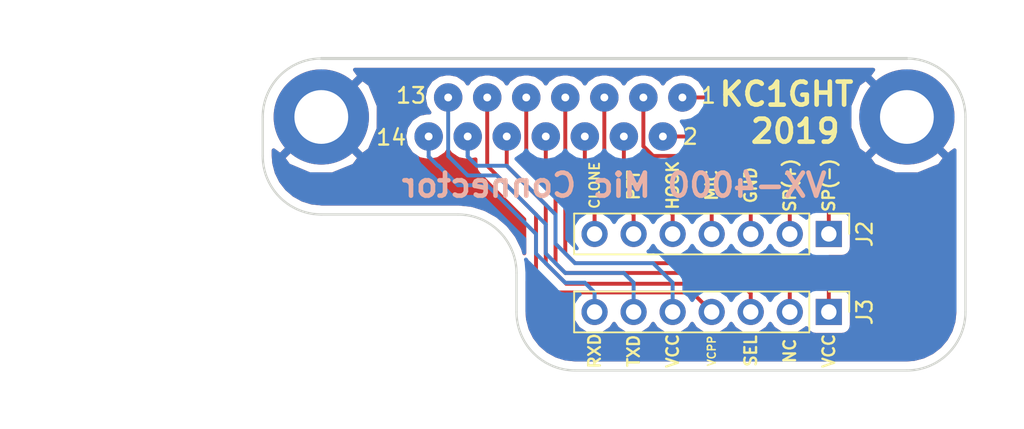
<source format=kicad_pcb>
(kicad_pcb (version 20171130) (host pcbnew "(5.0.0)")

  (general
    (thickness 1.6)
    (drawings 32)
    (tracks 84)
    (zones 0)
    (modules 5)
    (nets 16)
  )

  (page A4)
  (layers
    (0 F.Cu signal)
    (31 B.Cu signal)
    (32 B.Adhes user)
    (33 F.Adhes user)
    (34 B.Paste user)
    (35 F.Paste user)
    (36 B.SilkS user)
    (37 F.SilkS user)
    (38 B.Mask user)
    (39 F.Mask user)
    (40 Dwgs.User user)
    (41 Cmts.User user)
    (42 Eco1.User user)
    (43 Eco2.User user)
    (44 Edge.Cuts user)
    (45 Margin user)
    (46 B.CrtYd user)
    (47 F.CrtYd user)
    (48 B.Fab user)
    (49 F.Fab user)
  )

  (setup
    (last_trace_width 0.25)
    (user_trace_width 0.254)
    (trace_clearance 0.2)
    (zone_clearance 0.508)
    (zone_45_only no)
    (trace_min 0.2)
    (segment_width 0.2)
    (edge_width 0.15)
    (via_size 0.8)
    (via_drill 0.4)
    (via_min_size 0.4)
    (via_min_drill 0.3)
    (uvia_size 0.3)
    (uvia_drill 0.1)
    (uvias_allowed no)
    (uvia_min_size 0.2)
    (uvia_min_drill 0.1)
    (pcb_text_width 0.3)
    (pcb_text_size 1.5 1.5)
    (mod_edge_width 0.15)
    (mod_text_size 1 1)
    (mod_text_width 0.15)
    (pad_size 6.2 6.2)
    (pad_drill 3.5)
    (pad_to_mask_clearance 0.2)
    (aux_axis_origin 0 0)
    (visible_elements 7FFFFFFF)
    (pcbplotparams
      (layerselection 0x010fc_ffffffff)
      (usegerberextensions false)
      (usegerberattributes false)
      (usegerberadvancedattributes false)
      (creategerberjobfile false)
      (excludeedgelayer true)
      (linewidth 0.100000)
      (plotframeref false)
      (viasonmask false)
      (mode 1)
      (useauxorigin false)
      (hpglpennumber 1)
      (hpglpenspeed 20)
      (hpglpendiameter 15.000000)
      (psnegative false)
      (psa4output false)
      (plotreference true)
      (plotvalue true)
      (plotinvisibletext false)
      (padsonsilk false)
      (subtractmaskfromsilk false)
      (outputformat 1)
      (mirror false)
      (drillshape 1)
      (scaleselection 1)
      (outputdirectory ""))
  )

  (net 0 "")
  (net 1 "SP(-)")
  (net 2 "SP(+)")
  (net 3 GND)
  (net 4 MIC)
  (net 5 HOOK)
  (net 6 PTT)
  (net 7 CLONE)
  (net 8 VCC)
  (net 9 NC)
  (net 10 SEL)
  (net 11 VCPP)
  (net 12 RESET)
  (net 13 TXD)
  (net 14 RXD)
  (net 15 Earth)

  (net_class Default "This is the default net class."
    (clearance 0.2)
    (trace_width 0.25)
    (via_dia 0.8)
    (via_drill 0.4)
    (uvia_dia 0.3)
    (uvia_drill 0.1)
  )

  (net_class vx4000 ""
    (clearance 0.2)
    (trace_width 0.254)
    (via_dia 0.8)
    (via_drill 0.4)
    (uvia_dia 0.3)
    (uvia_drill 0.1)
    (add_net CLONE)
    (add_net Earth)
    (add_net GND)
    (add_net HOOK)
    (add_net MIC)
    (add_net NC)
    (add_net PTT)
    (add_net RESET)
    (add_net RXD)
    (add_net SEL)
    (add_net "SP(+)")
    (add_net "SP(-)")
    (add_net TXD)
    (add_net VCC)
    (add_net VCPP)
  )

  (module Connections:ZIP-14 (layer F.Cu) (tedit 5D463127) (tstamp 5D462146)
    (at 101.6 60.96 180)
    (path /5D291087)
    (fp_text reference J1 (at 0 -3.695 180) (layer F.SilkS) hide
      (effects (font (size 1 1) (thickness 0.15)))
    )
    (fp_text value Conn_01x14_Male (at 0 3.695 180) (layer F.Fab)
      (effects (font (size 1 1) (thickness 0.15)))
    )
    (fp_line (start -9.75 2.75) (end -9.75 -2.75) (layer F.CrtYd) (width 0.05))
    (fp_line (start 9.75 2.75) (end -9.75 2.75) (layer F.CrtYd) (width 0.05))
    (fp_line (start 9.75 -2.75) (end 9.75 2.75) (layer F.CrtYd) (width 0.05))
    (fp_line (start -9.75 -2.75) (end 9.75 -2.75) (layer F.CrtYd) (width 0.05))
    (pad 14 thru_hole oval (at 8.255 -1.27 180) (size 1.85 1.85) (drill 0.51) (layers *.Cu *.Mask)
      (net 14 RXD))
    (pad 13 thru_hole oval (at 6.985 1.27 180) (size 1.85 1.85) (drill 0.51) (layers *.Cu *.Mask)
      (net 13 TXD))
    (pad 12 thru_hole oval (at 5.715 -1.27 180) (size 1.85 1.85) (drill 0.51) (layers *.Cu *.Mask)
      (net 12 RESET))
    (pad 11 thru_hole oval (at 4.445 1.27 180) (size 1.85 1.85) (drill 0.51) (layers *.Cu *.Mask)
      (net 11 VCPP))
    (pad 10 thru_hole oval (at 3.175 -1.27 180) (size 1.85 1.85) (drill 0.51) (layers *.Cu *.Mask)
      (net 10 SEL))
    (pad 9 thru_hole oval (at 1.905 1.27 180) (size 1.85 1.85) (drill 0.51) (layers *.Cu *.Mask)
      (net 9 NC))
    (pad 8 thru_hole oval (at 0.635 -1.27 180) (size 1.85 1.85) (drill 0.51) (layers *.Cu *.Mask)
      (net 8 VCC))
    (pad 7 thru_hole oval (at -0.635 1.27 180) (size 1.85 1.85) (drill 0.51) (layers *.Cu *.Mask)
      (net 7 CLONE))
    (pad 6 thru_hole oval (at -1.905 -1.27 180) (size 1.85 1.85) (drill 0.51) (layers *.Cu *.Mask)
      (net 6 PTT))
    (pad 5 thru_hole oval (at -3.175 1.27 180) (size 1.85 1.85) (drill 0.51) (layers *.Cu *.Mask)
      (net 5 HOOK))
    (pad 4 thru_hole oval (at -4.445 -1.27 180) (size 1.85 1.85) (drill 0.51) (layers *.Cu *.Mask)
      (net 4 MIC))
    (pad 3 thru_hole oval (at -5.715 1.27 180) (size 1.85 1.85) (drill 0.51) (layers *.Cu *.Mask)
      (net 3 GND))
    (pad 2 thru_hole oval (at -6.985 -1.27 180) (size 1.85 1.85) (drill 0.51) (layers *.Cu *.Mask)
      (net 2 "SP(+)"))
    (pad 1 thru_hole oval (at -8.255 1.27 180) (size 1.85 1.85) (drill 0.51) (layers *.Cu *.Mask)
      (net 1 "SP(-)"))
  )

  (module Pin_Headers:Pin_Header_Straight_1x07_Pitch2.54mm (layer F.Cu) (tedit 59650532) (tstamp 5D4616A2)
    (at 119.38 73.66 270)
    (descr "Through hole straight pin header, 1x07, 2.54mm pitch, single row")
    (tags "Through hole pin header THT 1x07 2.54mm single row")
    (path /5D461A70)
    (fp_text reference J3 (at 0 -2.33 270) (layer F.SilkS)
      (effects (font (size 1 1) (thickness 0.15)))
    )
    (fp_text value Conn_01x07_Male (at 0 17.57 270) (layer F.Fab)
      (effects (font (size 1 1) (thickness 0.15)))
    )
    (fp_line (start -0.635 -1.27) (end 1.27 -1.27) (layer F.Fab) (width 0.1))
    (fp_line (start 1.27 -1.27) (end 1.27 16.51) (layer F.Fab) (width 0.1))
    (fp_line (start 1.27 16.51) (end -1.27 16.51) (layer F.Fab) (width 0.1))
    (fp_line (start -1.27 16.51) (end -1.27 -0.635) (layer F.Fab) (width 0.1))
    (fp_line (start -1.27 -0.635) (end -0.635 -1.27) (layer F.Fab) (width 0.1))
    (fp_line (start -1.33 16.57) (end 1.33 16.57) (layer F.SilkS) (width 0.12))
    (fp_line (start -1.33 1.27) (end -1.33 16.57) (layer F.SilkS) (width 0.12))
    (fp_line (start 1.33 1.27) (end 1.33 16.57) (layer F.SilkS) (width 0.12))
    (fp_line (start -1.33 1.27) (end 1.33 1.27) (layer F.SilkS) (width 0.12))
    (fp_line (start -1.33 0) (end -1.33 -1.33) (layer F.SilkS) (width 0.12))
    (fp_line (start -1.33 -1.33) (end 0 -1.33) (layer F.SilkS) (width 0.12))
    (fp_line (start -1.8 -1.8) (end -1.8 17.05) (layer F.CrtYd) (width 0.05))
    (fp_line (start -1.8 17.05) (end 1.8 17.05) (layer F.CrtYd) (width 0.05))
    (fp_line (start 1.8 17.05) (end 1.8 -1.8) (layer F.CrtYd) (width 0.05))
    (fp_line (start 1.8 -1.8) (end -1.8 -1.8) (layer F.CrtYd) (width 0.05))
    (fp_text user %R (at 0 7.62) (layer F.Fab)
      (effects (font (size 1 1) (thickness 0.15)))
    )
    (pad 1 thru_hole rect (at 0 0 270) (size 1.7 1.7) (drill 1) (layers *.Cu *.Mask)
      (net 8 VCC))
    (pad 2 thru_hole oval (at 0 2.54 270) (size 1.7 1.7) (drill 1) (layers *.Cu *.Mask)
      (net 9 NC))
    (pad 3 thru_hole oval (at 0 5.08 270) (size 1.7 1.7) (drill 1) (layers *.Cu *.Mask)
      (net 10 SEL))
    (pad 4 thru_hole oval (at 0 7.62 270) (size 1.7 1.7) (drill 1) (layers *.Cu *.Mask)
      (net 11 VCPP))
    (pad 5 thru_hole oval (at 0 10.16 270) (size 1.7 1.7) (drill 1) (layers *.Cu *.Mask)
      (net 12 RESET))
    (pad 6 thru_hole oval (at 0 12.7 270) (size 1.7 1.7) (drill 1) (layers *.Cu *.Mask)
      (net 13 TXD))
    (pad 7 thru_hole oval (at 0 15.24 270) (size 1.7 1.7) (drill 1) (layers *.Cu *.Mask)
      (net 14 RXD))
    (model ${KISYS3DMOD}/Pin_Headers.3dshapes/Pin_Header_Straight_1x07_Pitch2.54mm.wrl
      (at (xyz 0 0 0))
      (scale (xyz 1 1 1))
      (rotate (xyz 0 0 0))
    )
  )

  (module Pin_Headers:Pin_Header_Straight_1x07_Pitch2.54mm (layer F.Cu) (tedit 59650532) (tstamp 5D462433)
    (at 119.38 68.58 270)
    (descr "Through hole straight pin header, 1x07, 2.54mm pitch, single row")
    (tags "Through hole pin header THT 1x07 2.54mm single row")
    (path /5D4619EE)
    (fp_text reference J2 (at 0 -2.33 270) (layer F.SilkS)
      (effects (font (size 1 1) (thickness 0.15)))
    )
    (fp_text value Conn_01x07_Male (at 0 17.57 270) (layer F.Fab)
      (effects (font (size 1 1) (thickness 0.15)))
    )
    (fp_text user %R (at 0 7.62) (layer F.Fab)
      (effects (font (size 1 1) (thickness 0.15)))
    )
    (fp_line (start 1.8 -1.8) (end -1.8 -1.8) (layer F.CrtYd) (width 0.05))
    (fp_line (start 1.8 17.05) (end 1.8 -1.8) (layer F.CrtYd) (width 0.05))
    (fp_line (start -1.8 17.05) (end 1.8 17.05) (layer F.CrtYd) (width 0.05))
    (fp_line (start -1.8 -1.8) (end -1.8 17.05) (layer F.CrtYd) (width 0.05))
    (fp_line (start -1.33 -1.33) (end 0 -1.33) (layer F.SilkS) (width 0.12))
    (fp_line (start -1.33 0) (end -1.33 -1.33) (layer F.SilkS) (width 0.12))
    (fp_line (start -1.33 1.27) (end 1.33 1.27) (layer F.SilkS) (width 0.12))
    (fp_line (start 1.33 1.27) (end 1.33 16.57) (layer F.SilkS) (width 0.12))
    (fp_line (start -1.33 1.27) (end -1.33 16.57) (layer F.SilkS) (width 0.12))
    (fp_line (start -1.33 16.57) (end 1.33 16.57) (layer F.SilkS) (width 0.12))
    (fp_line (start -1.27 -0.635) (end -0.635 -1.27) (layer F.Fab) (width 0.1))
    (fp_line (start -1.27 16.51) (end -1.27 -0.635) (layer F.Fab) (width 0.1))
    (fp_line (start 1.27 16.51) (end -1.27 16.51) (layer F.Fab) (width 0.1))
    (fp_line (start 1.27 -1.27) (end 1.27 16.51) (layer F.Fab) (width 0.1))
    (fp_line (start -0.635 -1.27) (end 1.27 -1.27) (layer F.Fab) (width 0.1))
    (pad 7 thru_hole oval (at 0 15.24 270) (size 1.7 1.7) (drill 1) (layers *.Cu *.Mask)
      (net 7 CLONE))
    (pad 6 thru_hole oval (at 0 12.7 270) (size 1.7 1.7) (drill 1) (layers *.Cu *.Mask)
      (net 6 PTT))
    (pad 5 thru_hole oval (at 0 10.16 270) (size 1.7 1.7) (drill 1) (layers *.Cu *.Mask)
      (net 5 HOOK))
    (pad 4 thru_hole oval (at 0 7.62 270) (size 1.7 1.7) (drill 1) (layers *.Cu *.Mask)
      (net 4 MIC))
    (pad 3 thru_hole oval (at 0 5.08 270) (size 1.7 1.7) (drill 1) (layers *.Cu *.Mask)
      (net 3 GND))
    (pad 2 thru_hole oval (at 0 2.54 270) (size 1.7 1.7) (drill 1) (layers *.Cu *.Mask)
      (net 2 "SP(+)"))
    (pad 1 thru_hole rect (at 0 0 270) (size 1.7 1.7) (drill 1) (layers *.Cu *.Mask)
      (net 1 "SP(-)"))
    (model ${KISYS3DMOD}/Pin_Headers.3dshapes/Pin_Header_Straight_1x07_Pitch2.54mm.wrl
      (at (xyz 0 0 0))
      (scale (xyz 1 1 1))
      (rotate (xyz 0 0 0))
    )
  )

  (module Mounting_Holes:MountingHole_5.3mm_M5_Pad (layer F.Cu) (tedit 5D462119) (tstamp 5D4616AA)
    (at 124.46 60.96)
    (descr "Mounting Hole 5.3mm, M5")
    (tags "mounting hole 5.3mm m5")
    (path /5D255EF4)
    (attr virtual)
    (fp_text reference MH1 (at 0 -6.3) (layer F.SilkS) hide
      (effects (font (size 1 1) (thickness 0.15)))
    )
    (fp_text value MountingHole_Pad (at 0 6.3) (layer F.Fab)
      (effects (font (size 1 1) (thickness 0.15)))
    )
    (fp_circle (center 0 0) (end 5.55 0) (layer F.CrtYd) (width 0.05))
    (fp_circle (center 0 0) (end 5.3 0) (layer Cmts.User) (width 0.15))
    (fp_text user %R (at 0.3 0) (layer F.Fab)
      (effects (font (size 1 1) (thickness 0.15)))
    )
    (pad 1 thru_hole circle (at 0 0) (size 6.2 6.2) (drill 3.5) (layers *.Cu *.Mask)
      (net 15 Earth))
  )

  (module Mounting_Holes:MountingHole_5.3mm_M5_Pad (layer F.Cu) (tedit 5D462121) (tstamp 5D4616B2)
    (at 86.36 60.96)
    (descr "Mounting Hole 5.3mm, M5")
    (tags "mounting hole 5.3mm m5")
    (path /5D255FA6)
    (attr virtual)
    (fp_text reference MH2 (at -11.3665 -5.5245) (layer F.SilkS) hide
      (effects (font (size 1 1) (thickness 0.15)))
    )
    (fp_text value MountingHole_Pad (at -13.97 0) (layer F.Fab)
      (effects (font (size 1 1) (thickness 0.15)))
    )
    (fp_text user %R (at 0.3 0) (layer F.Fab)
      (effects (font (size 1 1) (thickness 0.15)))
    )
    (fp_circle (center 0 0) (end 5.3 0) (layer Cmts.User) (width 0.15))
    (fp_circle (center 0 0) (end 5.55 0) (layer F.CrtYd) (width 0.05))
    (pad 1 thru_hole circle (at 0 0) (size 6.2 6.2) (drill 3.5) (layers *.Cu *.Mask)
      (net 15 Earth))
  )

  (gr_text 14 (at 90.9066 62.2935) (layer F.SilkS) (tstamp 5D4630B2)
    (effects (font (size 1.016 1.016) (thickness 0.1524)))
  )
  (gr_text 13 (at 92.202 59.563) (layer F.SilkS) (tstamp 5D46308A)
    (effects (font (size 1.016 1.016) (thickness 0.1524)))
  )
  (gr_text 2 (at 110.3757 62.2427) (layer F.SilkS) (tstamp 5D46307A)
    (effects (font (size 1.016 1.016) (thickness 0.1524)))
  )
  (gr_text 1 (at 111.5441 59.563) (layer F.SilkS)
    (effects (font (size 1.016 1.016) (thickness 0.1524)))
  )
  (gr_text "VX-4000 Mic Connector" (at 105.41 65.405) (layer B.SilkS)
    (effects (font (size 1.5 1.5) (thickness 0.3)) (justify mirror))
  )
  (gr_text RXD (at 104.14 76.2 90) (layer F.SilkS) (tstamp 5D4629B1)
    (effects (font (size 0.762 0.762) (thickness 0.1524)))
  )
  (gr_text TXD (at 106.68 76.2 90) (layer F.SilkS) (tstamp 5D4629B1)
    (effects (font (size 0.762 0.762) (thickness 0.1524)))
  )
  (gr_text VCC (at 109.22 76.2 90) (layer F.SilkS) (tstamp 5D4629B1)
    (effects (font (size 0.762 0.762) (thickness 0.1524)))
  )
  (gr_text VCPP (at 111.76 76.2 90) (layer F.SilkS) (tstamp 5D4629B1)
    (effects (font (size 0.508 0.508) (thickness 0.1016)))
  )
  (gr_text SEL (at 114.3 76.2 90) (layer F.SilkS) (tstamp 5D4629B1)
    (effects (font (size 0.762 0.762) (thickness 0.1524)))
  )
  (gr_text NC (at 116.84 76.2 90) (layer F.SilkS) (tstamp 5D4629B1)
    (effects (font (size 0.762 0.762) (thickness 0.1524)))
  )
  (gr_text CLONE (at 104.14 65.405 90) (layer F.SilkS) (tstamp 5D4629A1)
    (effects (font (size 0.635 0.635) (thickness 0.127)))
  )
  (gr_text PTT (at 106.68 65.405 90) (layer F.SilkS) (tstamp 5D4629A1)
    (effects (font (size 0.762 0.762) (thickness 0.1524)))
  )
  (gr_text HOOK (at 109.22 65.405 90) (layer F.SilkS) (tstamp 5D462955)
    (effects (font (size 0.762 0.762) (thickness 0.1524)))
  )
  (gr_text VCC (at 119.38 76.2 90) (layer F.SilkS) (tstamp 5D462955)
    (effects (font (size 0.762 0.762) (thickness 0.1524)))
  )
  (gr_text MIC (at 111.76 65.405 90) (layer F.SilkS) (tstamp 5D46293C)
    (effects (font (size 0.762 0.762) (thickness 0.1524)))
  )
  (gr_text GND (at 114.3 65.405 90) (layer F.SilkS) (tstamp 5D46293C)
    (effects (font (size 0.762 0.762) (thickness 0.1524)))
  )
  (gr_text "SP(+)" (at 116.84 65.405 90) (layer F.SilkS) (tstamp 5D46293C)
    (effects (font (size 0.762 0.762) (thickness 0.1524)))
  )
  (gr_text "SP(-)" (at 119.38 65.405 90) (layer F.SilkS)
    (effects (font (size 0.762 0.762) (thickness 0.1524)))
  )
  (gr_text "KC1GHT \n2019" (at 117.1956 60.6806) (layer F.SilkS) (tstamp 5D46289C)
    (effects (font (size 1.5 1.5) (thickness 0.3)))
  )
  (gr_line (start 102.87 77.47) (end 124.46 77.47) (layer Edge.Cuts) (width 0.15))
  (gr_line (start 99.06 71.12) (end 99.06 73.66) (layer Edge.Cuts) (width 0.15))
  (gr_arc (start 102.87 73.66) (end 99.06 73.66) (angle -90) (layer Edge.Cuts) (width 0.15))
  (gr_arc (start 95.25 71.12) (end 99.06 71.12) (angle -90) (layer Edge.Cuts) (width 0.15))
  (gr_arc (start 86.36 63.5) (end 82.55 63.5) (angle -90) (layer Edge.Cuts) (width 0.15))
  (gr_arc (start 124.46 73.66) (end 124.46 77.47) (angle -90) (layer Edge.Cuts) (width 0.15))
  (gr_line (start 86.36 67.31) (end 95.25 67.31) (layer Edge.Cuts) (width 0.15))
  (gr_arc (start 124.46 60.96) (end 128.27 60.96) (angle -90) (layer Edge.Cuts) (width 0.15))
  (gr_arc (start 86.36 60.96) (end 86.36 57.15) (angle -90) (layer Edge.Cuts) (width 0.15))
  (gr_line (start 128.27 60.96) (end 128.27 73.66) (layer Edge.Cuts) (width 0.15) (tstamp 5D4623E2))
  (gr_line (start 82.55 60.96) (end 82.55 63.5) (layer Edge.Cuts) (width 0.15))
  (gr_line (start 86.36 57.15) (end 124.46 57.15) (layer Edge.Cuts) (width 0.2))

  (segment (start 119.38 62.23) (end 119.38 68.58) (width 0.254) (layer F.Cu) (net 1))
  (segment (start 109.855 59.69) (end 116.84 59.69) (width 0.254) (layer F.Cu) (net 1))
  (segment (start 116.84 59.69) (end 119.38 62.23) (width 0.254) (layer F.Cu) (net 1))
  (segment (start 108.585 62.23) (end 115.57 62.23) (width 0.254) (layer F.Cu) (net 2))
  (segment (start 115.57 62.23) (end 116.84 63.5) (width 0.254) (layer F.Cu) (net 2))
  (segment (start 116.84 63.5) (end 116.84 68.58) (width 0.254) (layer F.Cu) (net 2))
  (segment (start 107.315 59.69) (end 107.315 62.865) (width 0.254) (layer F.Cu) (net 3))
  (segment (start 107.315 62.865) (end 107.95 63.5) (width 0.254) (layer F.Cu) (net 3))
  (segment (start 107.95 63.5) (end 113.03 63.5) (width 0.254) (layer F.Cu) (net 3))
  (segment (start 114.3 64.77) (end 114.3 68.58) (width 0.254) (layer F.Cu) (net 3))
  (segment (start 113.03 63.5) (end 114.3 64.77) (width 0.254) (layer F.Cu) (net 3))
  (segment (start 106.045 62.23) (end 106.045 64.135) (width 0.254) (layer F.Cu) (net 4))
  (segment (start 106.045 64.135) (end 106.68 64.77) (width 0.254) (layer F.Cu) (net 4))
  (segment (start 106.68 64.77) (end 110.49 64.77) (width 0.254) (layer F.Cu) (net 4))
  (segment (start 111.76 66.04) (end 111.76 68.58) (width 0.254) (layer F.Cu) (net 4))
  (segment (start 110.49 64.77) (end 111.76 66.04) (width 0.254) (layer F.Cu) (net 4))
  (segment (start 109.22 67.31) (end 109.22 68.58) (width 0.254) (layer F.Cu) (net 5))
  (segment (start 107.95 66.04) (end 109.22 67.31) (width 0.254) (layer F.Cu) (net 5))
  (segment (start 106.68 66.04) (end 107.95 66.04) (width 0.254) (layer F.Cu) (net 5))
  (segment (start 104.775 59.69) (end 104.775 64.135) (width 0.254) (layer F.Cu) (net 5))
  (segment (start 104.775 64.135) (end 106.68 66.04) (width 0.254) (layer F.Cu) (net 5))
  (segment (start 103.505 62.23) (end 103.505 64.135) (width 0.254) (layer F.Cu) (net 6))
  (segment (start 103.505 64.135) (end 106.68 67.31) (width 0.254) (layer F.Cu) (net 6))
  (segment (start 106.68 67.31) (end 106.68 68.58) (width 0.254) (layer F.Cu) (net 6))
  (segment (start 102.235 59.69) (end 102.235 64.135) (width 0.254) (layer F.Cu) (net 7))
  (segment (start 104.14 66.04) (end 104.14 68.58) (width 0.254) (layer F.Cu) (net 7))
  (segment (start 102.235 64.135) (end 104.14 66.04) (width 0.254) (layer F.Cu) (net 7))
  (segment (start 119.38 73.66) (end 119.38 71.12) (width 0.254) (layer F.Cu) (net 8))
  (segment (start 119.38 71.12) (end 118.745 70.485) (width 0.254) (layer F.Cu) (net 8))
  (segment (start 118.745 70.485) (end 102.87 70.485) (width 0.254) (layer F.Cu) (net 8))
  (segment (start 102.87 70.485) (end 102.235 69.85) (width 0.254) (layer F.Cu) (net 8))
  (segment (start 102.235 69.85) (end 102.235 65.405) (width 0.254) (layer F.Cu) (net 8))
  (segment (start 102.235 65.405) (end 100.965 64.135) (width 0.254) (layer F.Cu) (net 8))
  (segment (start 100.965 64.135) (end 100.965 62.23) (width 0.254) (layer F.Cu) (net 8))
  (segment (start 99.695 59.69) (end 99.695 64.135) (width 0.254) (layer F.Cu) (net 9))
  (segment (start 99.695 64.135) (end 101.6 66.04) (width 0.254) (layer F.Cu) (net 9))
  (segment (start 101.6 66.04) (end 101.6 70.485) (width 0.254) (layer F.Cu) (net 9))
  (segment (start 101.6 70.485) (end 102.235 71.12) (width 0.254) (layer F.Cu) (net 9))
  (segment (start 102.235 71.12) (end 116.205 71.12) (width 0.254) (layer F.Cu) (net 9))
  (segment (start 116.205 71.12) (end 116.84 71.755) (width 0.254) (layer F.Cu) (net 9))
  (segment (start 116.84 71.755) (end 116.84 73.66) (width 0.254) (layer F.Cu) (net 9))
  (segment (start 98.425 64.135) (end 98.425 62.23) (width 0.254) (layer F.Cu) (net 10))
  (segment (start 114.3 72.457919) (end 113.665 71.822919) (width 0.254) (layer F.Cu) (net 10))
  (segment (start 114.3 73.66) (end 114.3 72.457919) (width 0.254) (layer F.Cu) (net 10))
  (segment (start 113.665 71.822919) (end 102.295853 71.822919) (width 0.254) (layer F.Cu) (net 10))
  (segment (start 102.295853 71.822919) (end 100.965 70.492066) (width 0.254) (layer F.Cu) (net 10))
  (segment (start 100.965 70.492066) (end 100.965 66.675) (width 0.254) (layer F.Cu) (net 10))
  (segment (start 100.965 66.675) (end 98.425 64.135) (width 0.254) (layer F.Cu) (net 10))
  (segment (start 97.155 59.69) (end 97.155 64.135) (width 0.254) (layer F.Cu) (net 11))
  (segment (start 97.155 64.135) (end 100.33 67.31) (width 0.254) (layer F.Cu) (net 11))
  (segment (start 100.33 67.31) (end 100.33 71.12) (width 0.254) (layer F.Cu) (net 11))
  (segment (start 100.33 71.12) (end 101.6 72.39) (width 0.254) (layer F.Cu) (net 11))
  (segment (start 101.6 72.39) (end 110.49 72.39) (width 0.254) (layer F.Cu) (net 11))
  (segment (start 110.49 72.39) (end 111.76 73.66) (width 0.254) (layer F.Cu) (net 11))
  (segment (start 95.885 62.23) (end 95.885 63.5) (width 0.254) (layer B.Cu) (net 12))
  (segment (start 96.481853 64.135) (end 95.885 63.538147) (width 0.254) (layer B.Cu) (net 12))
  (segment (start 95.885 63.538147) (end 95.885 62.23) (width 0.254) (layer B.Cu) (net 12))
  (segment (start 98.425 64.135) (end 96.481853 64.135) (width 0.254) (layer B.Cu) (net 12))
  (segment (start 109.22 73.66) (end 109.22 71.755) (width 0.254) (layer B.Cu) (net 12))
  (segment (start 109.22 71.755) (end 107.95 70.485) (width 0.254) (layer B.Cu) (net 12))
  (segment (start 107.95 70.485) (end 102.87 70.485) (width 0.254) (layer B.Cu) (net 12))
  (segment (start 102.87 70.485) (end 101.6 69.215) (width 0.254) (layer B.Cu) (net 12))
  (segment (start 101.6 69.215) (end 101.6 67.31) (width 0.254) (layer B.Cu) (net 12))
  (segment (start 101.6 67.31) (end 98.425 64.135) (width 0.254) (layer B.Cu) (net 12))
  (segment (start 95.885 64.77) (end 94.615 63.5) (width 0.254) (layer B.Cu) (net 13))
  (segment (start 97.79 64.77) (end 95.885 64.77) (width 0.254) (layer B.Cu) (net 13))
  (segment (start 106.68 73.66) (end 106.68 71.755) (width 0.254) (layer B.Cu) (net 13))
  (segment (start 106.045 71.12) (end 102.235 71.12) (width 0.254) (layer B.Cu) (net 13))
  (segment (start 102.235 71.12) (end 100.965 69.85) (width 0.254) (layer B.Cu) (net 13))
  (segment (start 106.68 71.755) (end 106.045 71.12) (width 0.254) (layer B.Cu) (net 13))
  (segment (start 100.965 69.85) (end 100.965 67.945) (width 0.254) (layer B.Cu) (net 13))
  (segment (start 94.615 63.5) (end 94.615 59.69) (width 0.254) (layer B.Cu) (net 13))
  (segment (start 100.965 67.945) (end 97.79 64.77) (width 0.254) (layer B.Cu) (net 13))
  (segment (start 93.345 63.538147) (end 93.941853 64.135) (width 0.254) (layer B.Cu) (net 14))
  (segment (start 93.345 62.23) (end 93.345 63.538147) (width 0.254) (layer B.Cu) (net 14))
  (segment (start 93.941853 64.135) (end 93.98 64.135) (width 0.254) (layer B.Cu) (net 14))
  (segment (start 93.98 64.135) (end 95.25 65.405) (width 0.254) (layer B.Cu) (net 14))
  (segment (start 95.25 65.405) (end 97.155 65.405) (width 0.254) (layer B.Cu) (net 14))
  (segment (start 97.155 65.405) (end 100.33 68.58) (width 0.254) (layer B.Cu) (net 14))
  (segment (start 100.33 69.857066) (end 102.227934 71.755) (width 0.254) (layer B.Cu) (net 14))
  (segment (start 100.33 68.58) (end 100.33 69.857066) (width 0.254) (layer B.Cu) (net 14))
  (segment (start 102.227934 71.755) (end 103.505 71.755) (width 0.254) (layer B.Cu) (net 14))
  (segment (start 104.14 72.39) (end 104.14 73.66) (width 0.254) (layer B.Cu) (net 14))
  (segment (start 103.505 71.755) (end 104.14 72.39) (width 0.254) (layer B.Cu) (net 14))

  (zone (net 15) (net_name Earth) (layer B.Cu) (tstamp 0) (hatch edge 0.508)
    (connect_pads (clearance 0.508))
    (min_thickness 0.254)
    (fill yes (arc_segments 16) (thermal_gap 0.508) (thermal_bridge_width 0.508))
    (polygon
      (pts
        (xy 78.74 53.34) (xy 132.08 53.34) (xy 132.08 81.28) (xy 78.74 81.28)
      )
    )
    (filled_polygon
      (pts
        (xy 121.970834 58.291228) (xy 124.46 60.780395) (xy 124.474142 60.766252) (xy 124.653748 60.945858) (xy 124.639605 60.96)
        (xy 127.128772 63.449166) (xy 127.56 63.133757) (xy 127.560001 73.624026) (xy 127.493105 74.282604) (xy 127.305961 74.879782)
        (xy 127.002563 75.427125) (xy 126.595299 75.902289) (xy 126.100812 76.285852) (xy 125.539304 76.562148) (xy 124.925227 76.722104)
        (xy 124.43273 76.76) (xy 102.905964 76.76) (xy 102.247396 76.693105) (xy 101.650218 76.505961) (xy 101.102875 76.202563)
        (xy 100.627711 75.795299) (xy 100.244148 75.300812) (xy 99.967852 74.739304) (xy 99.807896 74.125227) (xy 99.77 73.63273)
        (xy 99.77 71.050074) (xy 99.764647 71.023163) (xy 99.723057 70.482653) (xy 99.718442 70.457004) (xy 99.717168 70.430954)
        (xy 99.702224 70.358155) (xy 99.672741 70.24497) (xy 99.78063 70.406437) (xy 99.844251 70.448947) (xy 101.636051 72.240748)
        (xy 101.678563 72.304371) (xy 101.930617 72.472788) (xy 102.152886 72.517) (xy 102.15289 72.517) (xy 102.227933 72.531927)
        (xy 102.302976 72.517) (xy 103.177692 72.517) (xy 103.069375 72.589375) (xy 102.741161 73.080582) (xy 102.625908 73.66)
        (xy 102.741161 74.239418) (xy 103.069375 74.730625) (xy 103.560582 75.058839) (xy 103.993744 75.145) (xy 104.286256 75.145)
        (xy 104.719418 75.058839) (xy 105.210625 74.730625) (xy 105.41 74.432239) (xy 105.609375 74.730625) (xy 106.100582 75.058839)
        (xy 106.533744 75.145) (xy 106.826256 75.145) (xy 107.259418 75.058839) (xy 107.750625 74.730625) (xy 107.95 74.432239)
        (xy 108.149375 74.730625) (xy 108.640582 75.058839) (xy 109.073744 75.145) (xy 109.366256 75.145) (xy 109.799418 75.058839)
        (xy 110.290625 74.730625) (xy 110.49 74.432239) (xy 110.689375 74.730625) (xy 111.180582 75.058839) (xy 111.613744 75.145)
        (xy 111.906256 75.145) (xy 112.339418 75.058839) (xy 112.830625 74.730625) (xy 113.03 74.432239) (xy 113.229375 74.730625)
        (xy 113.720582 75.058839) (xy 114.153744 75.145) (xy 114.446256 75.145) (xy 114.879418 75.058839) (xy 115.370625 74.730625)
        (xy 115.57 74.432239) (xy 115.769375 74.730625) (xy 116.260582 75.058839) (xy 116.693744 75.145) (xy 116.986256 75.145)
        (xy 117.419418 75.058839) (xy 117.910625 74.730625) (xy 117.922816 74.712381) (xy 117.931843 74.757765) (xy 118.072191 74.967809)
        (xy 118.282235 75.108157) (xy 118.53 75.15744) (xy 120.23 75.15744) (xy 120.477765 75.108157) (xy 120.687809 74.967809)
        (xy 120.828157 74.757765) (xy 120.87744 74.51) (xy 120.87744 72.81) (xy 120.828157 72.562235) (xy 120.687809 72.352191)
        (xy 120.477765 72.211843) (xy 120.23 72.16256) (xy 118.53 72.16256) (xy 118.282235 72.211843) (xy 118.072191 72.352191)
        (xy 117.931843 72.562235) (xy 117.922816 72.607619) (xy 117.910625 72.589375) (xy 117.419418 72.261161) (xy 116.986256 72.175)
        (xy 116.693744 72.175) (xy 116.260582 72.261161) (xy 115.769375 72.589375) (xy 115.57 72.887761) (xy 115.370625 72.589375)
        (xy 114.879418 72.261161) (xy 114.446256 72.175) (xy 114.153744 72.175) (xy 113.720582 72.261161) (xy 113.229375 72.589375)
        (xy 113.03 72.887761) (xy 112.830625 72.589375) (xy 112.339418 72.261161) (xy 111.906256 72.175) (xy 111.613744 72.175)
        (xy 111.180582 72.261161) (xy 110.689375 72.589375) (xy 110.49 72.887761) (xy 110.290625 72.589375) (xy 109.982 72.383158)
        (xy 109.982 71.830042) (xy 109.996927 71.754999) (xy 109.982 71.679956) (xy 109.982 71.679952) (xy 109.937788 71.457683)
        (xy 109.910817 71.417317) (xy 109.811882 71.269251) (xy 109.769371 71.205629) (xy 109.705749 71.163118) (xy 108.541883 69.999253)
        (xy 108.499371 69.935629) (xy 108.247317 69.767212) (xy 108.025048 69.723) (xy 108.025043 69.723) (xy 107.95 69.708073)
        (xy 107.874957 69.723) (xy 107.642308 69.723) (xy 107.750625 69.650625) (xy 107.95 69.352239) (xy 108.149375 69.650625)
        (xy 108.640582 69.978839) (xy 109.073744 70.065) (xy 109.366256 70.065) (xy 109.799418 69.978839) (xy 110.290625 69.650625)
        (xy 110.49 69.352239) (xy 110.689375 69.650625) (xy 111.180582 69.978839) (xy 111.613744 70.065) (xy 111.906256 70.065)
        (xy 112.339418 69.978839) (xy 112.830625 69.650625) (xy 113.03 69.352239) (xy 113.229375 69.650625) (xy 113.720582 69.978839)
        (xy 114.153744 70.065) (xy 114.446256 70.065) (xy 114.879418 69.978839) (xy 115.370625 69.650625) (xy 115.57 69.352239)
        (xy 115.769375 69.650625) (xy 116.260582 69.978839) (xy 116.693744 70.065) (xy 116.986256 70.065) (xy 117.419418 69.978839)
        (xy 117.910625 69.650625) (xy 117.922816 69.632381) (xy 117.931843 69.677765) (xy 118.072191 69.887809) (xy 118.282235 70.028157)
        (xy 118.53 70.07744) (xy 120.23 70.07744) (xy 120.477765 70.028157) (xy 120.687809 69.887809) (xy 120.828157 69.677765)
        (xy 120.87744 69.43) (xy 120.87744 67.73) (xy 120.828157 67.482235) (xy 120.687809 67.272191) (xy 120.477765 67.131843)
        (xy 120.23 67.08256) (xy 118.53 67.08256) (xy 118.282235 67.131843) (xy 118.072191 67.272191) (xy 117.931843 67.482235)
        (xy 117.922816 67.527619) (xy 117.910625 67.509375) (xy 117.419418 67.181161) (xy 116.986256 67.095) (xy 116.693744 67.095)
        (xy 116.260582 67.181161) (xy 115.769375 67.509375) (xy 115.57 67.807761) (xy 115.370625 67.509375) (xy 114.879418 67.181161)
        (xy 114.446256 67.095) (xy 114.153744 67.095) (xy 113.720582 67.181161) (xy 113.229375 67.509375) (xy 113.03 67.807761)
        (xy 112.830625 67.509375) (xy 112.339418 67.181161) (xy 111.906256 67.095) (xy 111.613744 67.095) (xy 111.180582 67.181161)
        (xy 110.689375 67.509375) (xy 110.49 67.807761) (xy 110.290625 67.509375) (xy 109.799418 67.181161) (xy 109.366256 67.095)
        (xy 109.073744 67.095) (xy 108.640582 67.181161) (xy 108.149375 67.509375) (xy 107.95 67.807761) (xy 107.750625 67.509375)
        (xy 107.259418 67.181161) (xy 106.826256 67.095) (xy 106.533744 67.095) (xy 106.100582 67.181161) (xy 105.609375 67.509375)
        (xy 105.41 67.807761) (xy 105.210625 67.509375) (xy 104.719418 67.181161) (xy 104.286256 67.095) (xy 103.993744 67.095)
        (xy 103.560582 67.181161) (xy 103.069375 67.509375) (xy 102.741161 68.000582) (xy 102.625908 68.58) (xy 102.741161 69.159418)
        (xy 102.981014 69.518383) (xy 102.362 68.89937) (xy 102.362 67.385042) (xy 102.376927 67.309999) (xy 102.362 67.234956)
        (xy 102.362 67.234952) (xy 102.317788 67.012683) (xy 102.149371 66.760629) (xy 102.085749 66.718118) (xy 99.053725 63.686095)
        (xy 99.549697 63.354697) (xy 99.695 63.137236) (xy 99.840303 63.354697) (xy 100.356318 63.699488) (xy 100.811354 63.79)
        (xy 101.118646 63.79) (xy 101.573682 63.699488) (xy 102.089697 63.354697) (xy 102.235 63.137236) (xy 102.380303 63.354697)
        (xy 102.896318 63.699488) (xy 103.351354 63.79) (xy 103.658646 63.79) (xy 104.113682 63.699488) (xy 104.629697 63.354697)
        (xy 104.775 63.137236) (xy 104.920303 63.354697) (xy 105.436318 63.699488) (xy 105.891354 63.79) (xy 106.198646 63.79)
        (xy 106.653682 63.699488) (xy 107.169697 63.354697) (xy 107.315 63.137236) (xy 107.460303 63.354697) (xy 107.976318 63.699488)
        (xy 108.431354 63.79) (xy 108.738646 63.79) (xy 109.193682 63.699488) (xy 109.299515 63.628772) (xy 121.970834 63.628772)
        (xy 122.325602 64.113812) (xy 123.694985 64.690541) (xy 125.180835 64.699329) (xy 126.556944 64.138838) (xy 126.594398 64.113812)
        (xy 126.949166 63.628772) (xy 124.46 61.139605) (xy 121.970834 63.628772) (xy 109.299515 63.628772) (xy 109.709697 63.354697)
        (xy 110.054488 62.838682) (xy 110.175562 62.23) (xy 110.066327 61.680835) (xy 120.720671 61.680835) (xy 121.281162 63.056944)
        (xy 121.306188 63.094398) (xy 121.791228 63.449166) (xy 124.280395 60.96) (xy 121.791228 58.470834) (xy 121.306188 58.825602)
        (xy 120.729459 60.194985) (xy 120.720671 61.680835) (xy 110.066327 61.680835) (xy 110.054488 61.621318) (xy 109.806381 61.25)
        (xy 110.008646 61.25) (xy 110.463682 61.159488) (xy 110.979697 60.814697) (xy 111.324488 60.298682) (xy 111.445562 59.69)
        (xy 111.324488 59.081318) (xy 110.979697 58.565303) (xy 110.463682 58.220512) (xy 110.008646 58.13) (xy 109.701354 58.13)
        (xy 109.246318 58.220512) (xy 108.730303 58.565303) (xy 108.585 58.782764) (xy 108.439697 58.565303) (xy 107.923682 58.220512)
        (xy 107.468646 58.13) (xy 107.161354 58.13) (xy 106.706318 58.220512) (xy 106.190303 58.565303) (xy 106.045 58.782764)
        (xy 105.899697 58.565303) (xy 105.383682 58.220512) (xy 104.928646 58.13) (xy 104.621354 58.13) (xy 104.166318 58.220512)
        (xy 103.650303 58.565303) (xy 103.505 58.782764) (xy 103.359697 58.565303) (xy 102.843682 58.220512) (xy 102.388646 58.13)
        (xy 102.081354 58.13) (xy 101.626318 58.220512) (xy 101.110303 58.565303) (xy 100.965 58.782764) (xy 100.819697 58.565303)
        (xy 100.303682 58.220512) (xy 99.848646 58.13) (xy 99.541354 58.13) (xy 99.086318 58.220512) (xy 98.570303 58.565303)
        (xy 98.425 58.782764) (xy 98.279697 58.565303) (xy 97.763682 58.220512) (xy 97.308646 58.13) (xy 97.001354 58.13)
        (xy 96.546318 58.220512) (xy 96.030303 58.565303) (xy 95.885 58.782764) (xy 95.739697 58.565303) (xy 95.223682 58.220512)
        (xy 94.768646 58.13) (xy 94.461354 58.13) (xy 94.006318 58.220512) (xy 93.490303 58.565303) (xy 93.145512 59.081318)
        (xy 93.024438 59.69) (xy 93.145512 60.298682) (xy 93.393619 60.67) (xy 93.191354 60.67) (xy 92.736318 60.760512)
        (xy 92.220303 61.105303) (xy 91.875512 61.621318) (xy 91.754438 62.23) (xy 91.875512 62.838682) (xy 92.220303 63.354697)
        (xy 92.579296 63.594569) (xy 92.627213 63.835464) (xy 92.742498 64.008) (xy 92.79563 64.087518) (xy 92.859251 64.130028)
        (xy 93.34997 64.620748) (xy 93.392482 64.684371) (xy 93.571068 64.803699) (xy 94.658117 65.890748) (xy 94.700629 65.954371)
        (xy 94.764251 65.996882) (xy 94.952681 66.122787) (xy 94.952682 66.122787) (xy 94.952683 66.122788) (xy 95.174952 66.167)
        (xy 95.174956 66.167) (xy 95.249999 66.181927) (xy 95.325042 66.167) (xy 96.83937 66.167) (xy 99.568 68.895631)
        (xy 99.568001 69.782018) (xy 99.561138 69.816521) (xy 99.508117 69.612971) (xy 99.496013 69.580423) (xy 99.487374 69.546778)
        (xy 99.458097 69.478471) (xy 99.118116 68.787539) (xy 99.099714 68.75809) (xy 99.084487 68.726869) (xy 99.042073 68.665844)
        (xy 98.570105 68.057386) (xy 98.546157 68.032238) (xy 98.524963 68.004717) (xy 98.471145 67.953467) (xy 97.886469 67.452339)
        (xy 97.857949 67.432518) (xy 97.831659 67.409824) (xy 97.768634 67.370442) (xy 97.095134 66.997114) (xy 97.063212 66.983432)
        (xy 97.032894 66.966488) (xy 96.963238 66.940583) (xy 96.228426 66.710307) (xy 96.194401 66.703323) (xy 96.161299 66.692822)
        (xy 96.087857 66.681453) (xy 95.355368 66.60705) (xy 95.319926 66.6) (xy 86.395964 66.6) (xy 85.737396 66.533105)
        (xy 85.140218 66.345961) (xy 84.592875 66.042563) (xy 84.117711 65.635299) (xy 83.734148 65.140812) (xy 83.457852 64.579304)
        (xy 83.297896 63.965227) (xy 83.272007 63.628772) (xy 83.870834 63.628772) (xy 84.225602 64.113812) (xy 85.594985 64.690541)
        (xy 87.080835 64.699329) (xy 88.456944 64.138838) (xy 88.494398 64.113812) (xy 88.849166 63.628772) (xy 86.36 61.139605)
        (xy 83.870834 63.628772) (xy 83.272007 63.628772) (xy 83.26 63.47273) (xy 83.26 63.133757) (xy 83.691228 63.449166)
        (xy 86.180395 60.96) (xy 86.539605 60.96) (xy 89.028772 63.449166) (xy 89.513812 63.094398) (xy 90.090541 61.725015)
        (xy 90.099329 60.239165) (xy 89.538838 58.863056) (xy 89.513812 58.825602) (xy 89.028772 58.470834) (xy 86.539605 60.96)
        (xy 86.180395 60.96) (xy 86.166252 60.945858) (xy 86.345858 60.766252) (xy 86.36 60.780395) (xy 88.849166 58.291228)
        (xy 88.552043 57.885) (xy 122.267957 57.885)
      )
    )
  )
  (zone (net 15) (net_name Earth) (layer F.Cu) (tstamp 0) (hatch edge 0.508)
    (connect_pads (clearance 0.508))
    (min_thickness 0.254)
    (fill yes (arc_segments 16) (thermal_gap 0.508) (thermal_bridge_width 0.508) (smoothing fillet))
    (polygon
      (pts
        (xy 81.28 55.88) (xy 129.54 55.88) (xy 129.54 78.74) (xy 81.28 78.74)
      )
    )
    (filled_polygon
      (pts
        (xy 121.970834 58.291228) (xy 124.46 60.780395) (xy 124.474142 60.766252) (xy 124.653748 60.945858) (xy 124.639605 60.96)
        (xy 127.128772 63.449166) (xy 127.56 63.133757) (xy 127.560001 73.624026) (xy 127.493105 74.282604) (xy 127.305961 74.879782)
        (xy 127.002563 75.427125) (xy 126.595299 75.902289) (xy 126.100812 76.285852) (xy 125.539304 76.562148) (xy 124.925227 76.722104)
        (xy 124.43273 76.76) (xy 102.905964 76.76) (xy 102.247396 76.693105) (xy 101.650218 76.505961) (xy 101.102875 76.202563)
        (xy 100.627711 75.795299) (xy 100.244148 75.300812) (xy 99.967852 74.739304) (xy 99.807896 74.125227) (xy 99.77 73.63273)
        (xy 99.77 71.653462) (xy 99.78063 71.669371) (xy 99.844251 71.711881) (xy 101.008117 72.875748) (xy 101.050629 72.939371)
        (xy 101.114251 72.981882) (xy 101.302681 73.107787) (xy 101.302682 73.107787) (xy 101.302683 73.107788) (xy 101.524952 73.152)
        (xy 101.524956 73.152) (xy 101.599999 73.166927) (xy 101.675042 73.152) (xy 102.726955 73.152) (xy 102.625908 73.66)
        (xy 102.741161 74.239418) (xy 103.069375 74.730625) (xy 103.560582 75.058839) (xy 103.993744 75.145) (xy 104.286256 75.145)
        (xy 104.719418 75.058839) (xy 105.210625 74.730625) (xy 105.41 74.432239) (xy 105.609375 74.730625) (xy 106.100582 75.058839)
        (xy 106.533744 75.145) (xy 106.826256 75.145) (xy 107.259418 75.058839) (xy 107.750625 74.730625) (xy 107.95 74.432239)
        (xy 108.149375 74.730625) (xy 108.640582 75.058839) (xy 109.073744 75.145) (xy 109.366256 75.145) (xy 109.799418 75.058839)
        (xy 110.290625 74.730625) (xy 110.49 74.432239) (xy 110.689375 74.730625) (xy 111.180582 75.058839) (xy 111.613744 75.145)
        (xy 111.906256 75.145) (xy 112.339418 75.058839) (xy 112.830625 74.730625) (xy 113.03 74.432239) (xy 113.229375 74.730625)
        (xy 113.720582 75.058839) (xy 114.153744 75.145) (xy 114.446256 75.145) (xy 114.879418 75.058839) (xy 115.370625 74.730625)
        (xy 115.57 74.432239) (xy 115.769375 74.730625) (xy 116.260582 75.058839) (xy 116.693744 75.145) (xy 116.986256 75.145)
        (xy 117.419418 75.058839) (xy 117.910625 74.730625) (xy 117.922816 74.712381) (xy 117.931843 74.757765) (xy 118.072191 74.967809)
        (xy 118.282235 75.108157) (xy 118.53 75.15744) (xy 120.23 75.15744) (xy 120.477765 75.108157) (xy 120.687809 74.967809)
        (xy 120.828157 74.757765) (xy 120.87744 74.51) (xy 120.87744 72.81) (xy 120.828157 72.562235) (xy 120.687809 72.352191)
        (xy 120.477765 72.211843) (xy 120.23 72.16256) (xy 120.142 72.16256) (xy 120.142 71.195047) (xy 120.156928 71.12)
        (xy 120.139895 71.034371) (xy 120.097788 70.822683) (xy 119.929371 70.570629) (xy 119.865749 70.528118) (xy 119.41507 70.07744)
        (xy 120.23 70.07744) (xy 120.477765 70.028157) (xy 120.687809 69.887809) (xy 120.828157 69.677765) (xy 120.87744 69.43)
        (xy 120.87744 67.73) (xy 120.828157 67.482235) (xy 120.687809 67.272191) (xy 120.477765 67.131843) (xy 120.23 67.08256)
        (xy 120.142 67.08256) (xy 120.142 63.628772) (xy 121.970834 63.628772) (xy 122.325602 64.113812) (xy 123.694985 64.690541)
        (xy 125.180835 64.699329) (xy 126.556944 64.138838) (xy 126.594398 64.113812) (xy 126.949166 63.628772) (xy 124.46 61.139605)
        (xy 121.970834 63.628772) (xy 120.142 63.628772) (xy 120.142 62.305042) (xy 120.156927 62.229999) (xy 120.142 62.154956)
        (xy 120.142 62.154952) (xy 120.097788 61.932683) (xy 119.929509 61.680835) (xy 120.720671 61.680835) (xy 121.281162 63.056944)
        (xy 121.306188 63.094398) (xy 121.791228 63.449166) (xy 124.280395 60.96) (xy 121.791228 58.470834) (xy 121.306188 58.825602)
        (xy 120.729459 60.194985) (xy 120.720671 61.680835) (xy 119.929509 61.680835) (xy 119.929371 61.680629) (xy 119.865747 61.638117)
        (xy 117.431884 59.204254) (xy 117.389371 59.140629) (xy 117.137317 58.972212) (xy 116.915048 58.928) (xy 116.915043 58.928)
        (xy 116.84 58.913073) (xy 116.764957 58.928) (xy 111.222044 58.928) (xy 110.979697 58.565303) (xy 110.463682 58.220512)
        (xy 110.008646 58.13) (xy 109.701354 58.13) (xy 109.246318 58.220512) (xy 108.730303 58.565303) (xy 108.585 58.782764)
        (xy 108.439697 58.565303) (xy 107.923682 58.220512) (xy 107.468646 58.13) (xy 107.161354 58.13) (xy 106.706318 58.220512)
        (xy 106.190303 58.565303) (xy 106.045 58.782764) (xy 105.899697 58.565303) (xy 105.383682 58.220512) (xy 104.928646 58.13)
        (xy 104.621354 58.13) (xy 104.166318 58.220512) (xy 103.650303 58.565303) (xy 103.505 58.782764) (xy 103.359697 58.565303)
        (xy 102.843682 58.220512) (xy 102.388646 58.13) (xy 102.081354 58.13) (xy 101.626318 58.220512) (xy 101.110303 58.565303)
        (xy 100.965 58.782764) (xy 100.819697 58.565303) (xy 100.303682 58.220512) (xy 99.848646 58.13) (xy 99.541354 58.13)
        (xy 99.086318 58.220512) (xy 98.570303 58.565303) (xy 98.425 58.782764) (xy 98.279697 58.565303) (xy 97.763682 58.220512)
        (xy 97.308646 58.13) (xy 97.001354 58.13) (xy 96.546318 58.220512) (xy 96.030303 58.565303) (xy 95.885 58.782764)
        (xy 95.739697 58.565303) (xy 95.223682 58.220512) (xy 94.768646 58.13) (xy 94.461354 58.13) (xy 94.006318 58.220512)
        (xy 93.490303 58.565303) (xy 93.145512 59.081318) (xy 93.024438 59.69) (xy 93.145512 60.298682) (xy 93.393619 60.67)
        (xy 93.191354 60.67) (xy 92.736318 60.760512) (xy 92.220303 61.105303) (xy 91.875512 61.621318) (xy 91.754438 62.23)
        (xy 91.875512 62.838682) (xy 92.220303 63.354697) (xy 92.736318 63.699488) (xy 93.191354 63.79) (xy 93.498646 63.79)
        (xy 93.953682 63.699488) (xy 94.469697 63.354697) (xy 94.615 63.137236) (xy 94.760303 63.354697) (xy 95.276318 63.699488)
        (xy 95.731354 63.79) (xy 96.038646 63.79) (xy 96.393001 63.719515) (xy 96.393001 64.059952) (xy 96.378073 64.135)
        (xy 96.437213 64.432317) (xy 96.492187 64.514591) (xy 96.60563 64.684371) (xy 96.669251 64.726881) (xy 99.568 67.625631)
        (xy 99.568001 69.842867) (xy 99.508117 69.612971) (xy 99.496013 69.580423) (xy 99.487374 69.546778) (xy 99.458097 69.478471)
        (xy 99.118116 68.787539) (xy 99.099714 68.75809) (xy 99.084487 68.726869) (xy 99.042073 68.665844) (xy 98.570105 68.057386)
        (xy 98.546157 68.032238) (xy 98.524963 68.004717) (xy 98.471145 67.953467) (xy 97.886469 67.452339) (xy 97.857949 67.432518)
        (xy 97.831659 67.409824) (xy 97.768634 67.370442) (xy 97.095134 66.997114) (xy 97.063212 66.983432) (xy 97.032894 66.966488)
        (xy 96.963238 66.940583) (xy 96.228426 66.710307) (xy 96.194401 66.703323) (xy 96.161299 66.692822) (xy 96.087857 66.681453)
        (xy 95.355368 66.60705) (xy 95.319926 66.6) (xy 86.395964 66.6) (xy 85.737396 66.533105) (xy 85.140218 66.345961)
        (xy 84.592875 66.042563) (xy 84.117711 65.635299) (xy 83.734148 65.140812) (xy 83.457852 64.579304) (xy 83.297896 63.965227)
        (xy 83.272007 63.628772) (xy 83.870834 63.628772) (xy 84.225602 64.113812) (xy 85.594985 64.690541) (xy 87.080835 64.699329)
        (xy 88.456944 64.138838) (xy 88.494398 64.113812) (xy 88.849166 63.628772) (xy 86.36 61.139605) (xy 83.870834 63.628772)
        (xy 83.272007 63.628772) (xy 83.26 63.47273) (xy 83.26 63.133757) (xy 83.691228 63.449166) (xy 86.180395 60.96)
        (xy 86.539605 60.96) (xy 89.028772 63.449166) (xy 89.513812 63.094398) (xy 90.090541 61.725015) (xy 90.099329 60.239165)
        (xy 89.538838 58.863056) (xy 89.513812 58.825602) (xy 89.028772 58.470834) (xy 86.539605 60.96) (xy 86.180395 60.96)
        (xy 86.166252 60.945858) (xy 86.345858 60.766252) (xy 86.36 60.780395) (xy 88.849166 58.291228) (xy 88.552043 57.885)
        (xy 122.267957 57.885)
      )
    )
  )
)

</source>
